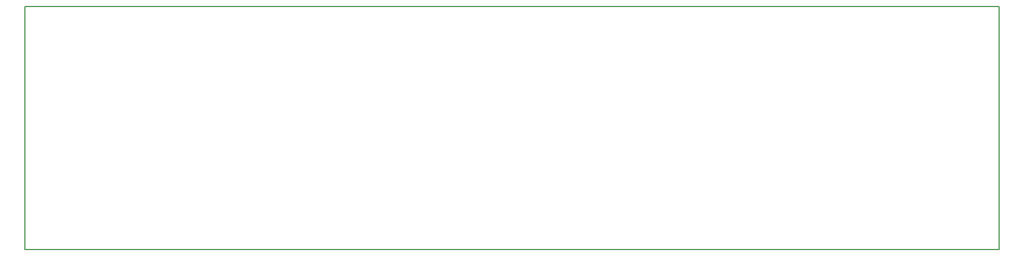
<source format=gbr>
G04 #@! TF.FileFunction,Profile,NP*
%FSLAX46Y46*%
G04 Gerber Fmt 4.6, Leading zero omitted, Abs format (unit mm)*
G04 Created by KiCad (PCBNEW (2016-02-24 BZR 6585, Git 0829446)-product) date 3/13/2016 10:01:12 PM*
%MOMM*%
G01*
G04 APERTURE LIST*
%ADD10C,0.100000*%
%ADD11C,0.150000*%
G04 APERTURE END LIST*
D10*
D11*
X88900000Y-88900000D02*
X88900000Y-127000000D01*
X241300000Y-88900000D02*
X88900000Y-88900000D01*
X241300000Y-127000000D02*
X241300000Y-88900000D01*
X88900000Y-127000000D02*
X241300000Y-127000000D01*
M02*

</source>
